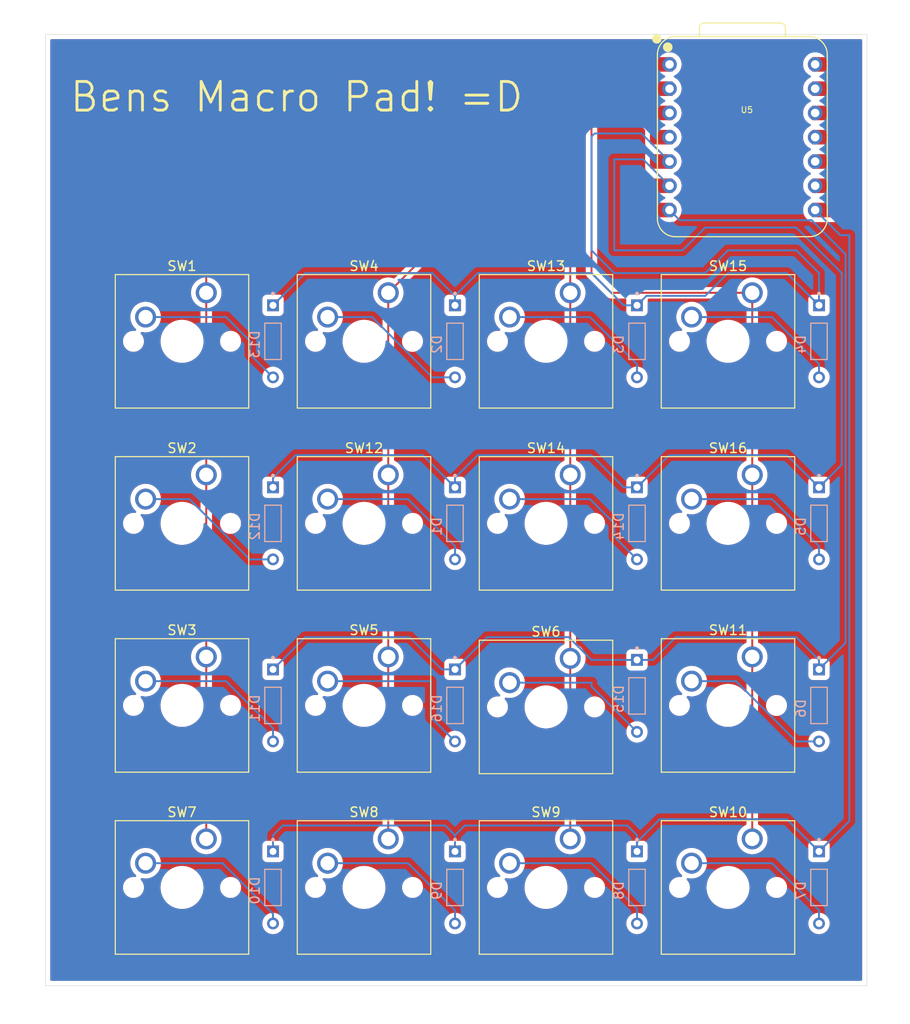
<source format=kicad_pcb>
(kicad_pcb (version 20241229) (generator "pcbnew") (generator_version "9.0")
  (layers (0 "F.Cu" signal) (2 "B.Cu" signal) (13 "F.Paste" user) (15 "B.Paste" user) (5 "F.SilkS" user "F.Silkscreen") (7 "B.SilkS" user "B.Silkscreen") (1 "F.Mask" user) (3 "B.Mask" user) (25 "Edge.Cuts" user))
  (net 0 "")
  (net 1 "Net-(U5-P27_A1_D1)")
  (net 2 "Net-(U5-P26_A0_D0)")
  (net 3 "Net-(U5-P28_A2_D2)")
  (net 7 "Net-(U5-P29_A3_D3)")
  (net 9 "GND")
  (net 10 "+5V")
  (net 11 "Net-(U5-P7_SCL_D5)")
  (net 12 "Net-(D1-PadA)")
  (net 13 "Net-(U5-P6_SDA_D4)")
  (net 14 "Net-(D2-PadA)")
  (net 15 "Net-(D3-PadA)")
  (net 16 "Net-(D4-PadA)")
  (net 17 "Net-(D5-PadA)")
  (net 18 "Net-(U5-P0_D6_TX)")
  (net 19 "Net-(D6-PadA)")
  (net 20 "Net-(D7-PadA)")
  (net 21 "Net-(U5-P1_D7_RX)")
  (net 22 "Net-(D8-PadA)")
  (net 23 "Net-(D9-PadA)")
  (net 24 "Net-(D10-PadA)")
  (net 25 "Net-(D11-PadA)")
  (net 26 "Net-(D12-PadA)")
  (net 27 "Net-(D13-PadA)")
  (net 28 "Net-(D14-PadA)")
  (net 29 "Net-(D15-PadA)")
  (net 30 "Net-(D16-PadA)")
  (footprint "Button_Switch_Keyboard:SW_Cherry_MX_1.00u_PCB" (layer "F.Cu") (at 154.94 94.9325)
    (property "Reference" "SW12" (at -2.54 -2.794 0) (layer "F.SilkS"))
    (property "Value" "SW_Push")
    (pad "" np_thru_hole circle (at -7.62 5.08) (size 1.7 1.7) (drill 1.7) (layers "*.Cu" "*.Mask"))
    (pad "" np_thru_hole circle (at -2.54 5.08) (size 4 4) (drill 4) (layers "*.Cu" "*.Mask"))
    (pad "" np_thru_hole circle (at 2.54 5.08) (size 1.7 1.7) (drill 1.7) (layers "*.Cu" "*.Mask"))
    (pad "1" thru_hole circle (at 0 0) (size 2.2 2.2) (drill 1.5) (layers "*.Cu" "*.Mask") (net 1 "Net-(U5-P27_A1_D1)"))
    (pad "2" thru_hole circle (at -6.35 2.54) (size 2.2 2.2) (drill 1.5) (layers "*.Cu" "*.Mask") (net 12 "Net-(D1-PadA)"))
  )
  (footprint "Button_Switch_Keyboard:SW_Cherry_MX_1.00u_PCB" (layer "F.Cu") (at 154.94 113.9825)
    (property "Reference" "SW5" (at -2.54 -2.794 0) (layer "F.SilkS"))
    (property "Value" "SW_Push")
    (pad "" np_thru_hole circle (at -7.62 5.08) (size 1.7 1.7) (drill 1.7) (layers "*.Cu" "*.Mask"))
    (pad "" np_thru_hole circle (at -2.54 5.08) (size 4 4) (drill 4) (layers "*.Cu" "*.Mask"))
    (pad "" np_thru_hole circle (at 2.54 5.08) (size 1.7 1.7) (drill 1.7) (layers "*.Cu" "*.Mask"))
    (pad "1" thru_hole circle (at 0 0) (size 2.2 2.2) (drill 1.5) (layers "*.Cu" "*.Mask") (net 1 "Net-(U5-P27_A1_D1)"))
    (pad "2" thru_hole circle (at -6.35 2.54) (size 2.2 2.2) (drill 1.5) (layers "*.Cu" "*.Mask") (net 30 "Net-(D16-PadA)"))
  )
  (footprint "Button_Switch_Keyboard:SW_Cherry_MX_1.00u_PCB" (layer "F.Cu") (at 193.04 113.9825)
    (property "Reference" "SW11" (at -2.54 -2.794 0) (layer "F.SilkS"))
    (property "Value" "SW_Push")
    (pad "" np_thru_hole circle (at -7.62 5.08) (size 1.7 1.7) (drill 1.7) (layers "*.Cu" "*.Mask"))
    (pad "" np_thru_hole circle (at -2.54 5.08) (size 4 4) (drill 4) (layers "*.Cu" "*.Mask"))
    (pad "" np_thru_hole circle (at 2.54 5.08) (size 1.7 1.7) (drill 1.7) (layers "*.Cu" "*.Mask"))
    (pad "1" thru_hole circle (at 0 0) (size 2.2 2.2) (drill 1.5) (layers "*.Cu" "*.Mask") (net 7 "Net-(U5-P29_A3_D3)"))
    (pad "2" thru_hole circle (at -6.35 2.54) (size 2.2 2.2) (drill 1.5) (layers "*.Cu" "*.Mask") (net 19 "Net-(D6-PadA)"))
  )
  (footprint "Button_Switch_Keyboard:SW_Cherry_MX_1.00u_PCB" (layer "F.Cu") (at 135.89 94.9325)
    (property "Reference" "SW2" (at -2.54 -2.794 0) (layer "F.SilkS"))
    (property "Value" "SW_Push")
    (pad "" np_thru_hole circle (at -7.62 5.08) (size 1.7 1.7) (drill 1.7) (layers "*.Cu" "*.Mask"))
    (pad "" np_thru_hole circle (at -2.54 5.08) (size 4 4) (drill 4) (layers "*.Cu" "*.Mask"))
    (pad "" np_thru_hole circle (at 2.54 5.08) (size 1.7 1.7) (drill 1.7) (layers "*.Cu" "*.Mask"))
    (pad "1" thru_hole circle (at 0 0) (size 2.2 2.2) (drill 1.5) (layers "*.Cu" "*.Mask") (net 2 "Net-(U5-P26_A0_D0)"))
    (pad "2" thru_hole circle (at -6.35 2.54) (size 2.2 2.2) (drill 1.5) (layers "*.Cu" "*.Mask") (net 26 "Net-(D12-PadA)"))
  )
  (footprint "Button_Switch_Keyboard:SW_Cherry_MX_1.00u_PCB" (layer "F.Cu") (at 135.89 113.9825)
    (property "Reference" "SW3" (at -2.54 -2.794 0) (layer "F.SilkS"))
    (property "Value" "SW_Push")
    (pad "" np_thru_hole circle (at -7.62 5.08) (size 1.7 1.7) (drill 1.7) (layers "*.Cu" "*.Mask"))
    (pad "" np_thru_hole circle (at -2.54 5.08) (size 4 4) (drill 4) (layers "*.Cu" "*.Mask"))
    (pad "" np_thru_hole circle (at 2.54 5.08) (size 1.7 1.7) (drill 1.7) (layers "*.Cu" "*.Mask"))
    (pad "1" thru_hole circle (at 0 0) (size 2.2 2.2) (drill 1.5) (layers "*.Cu" "*.Mask") (net 2 "Net-(U5-P26_A0_D0)"))
    (pad "2" thru_hole circle (at -6.35 2.54) (size 2.2 2.2) (drill 1.5) (layers "*.Cu" "*.Mask") (net 25 "Net-(D11-PadA)"))
  )
  (footprint "Button_Switch_Keyboard:SW_Cherry_MX_1.00u_PCB" (layer "F.Cu") (at 193.04 94.9325)
    (property "Reference" "SW16" (at -2.54 -2.794 0) (layer "F.SilkS"))
    (property "Value" "SW_Push")
    (pad "" np_thru_hole circle (at -7.62 5.08) (size 1.7 1.7) (drill 1.7) (layers "*.Cu" "*.Mask"))
    (pad "" np_thru_hole circle (at -2.54 5.08) (size 4 4) (drill 4) (layers "*.Cu" "*.Mask"))
    (pad "" np_thru_hole circle (at 2.54 5.08) (size 1.7 1.7) (drill 1.7) (layers "*.Cu" "*.Mask"))
    (pad "1" thru_hole circle (at 0 0) (size 2.2 2.2) (drill 1.5) (layers "*.Cu" "*.Mask") (net 7 "Net-(U5-P29_A3_D3)"))
    (pad "2" thru_hole circle (at -6.35 2.54) (size 2.2 2.2) (drill 1.5) (layers "*.Cu" "*.Mask") (net 17 "Net-(D5-PadA)"))
  )
  (footprint "Button_Switch_Keyboard:SW_Cherry_MX_1.00u_PCB" (layer "F.Cu") (at 193.04 75.8825)
    (property "Reference" "SW15" (at -2.54 -2.794 0) (layer "F.SilkS"))
    (property "Value" "SW_Push")
    (pad "" np_thru_hole circle (at -7.62 5.08) (size 1.7 1.7) (drill 1.7) (layers "*.Cu" "*.Mask"))
    (pad "" np_thru_hole circle (at -2.54 5.08) (size 4 4) (drill 4) (layers "*.Cu" "*.Mask"))
    (pad "" np_thru_hole circle (at 2.54 5.08) (size 1.7 1.7) (drill 1.7) (layers "*.Cu" "*.Mask"))
    (pad "1" thru_hole circle (at 0 0) (size 2.2 2.2) (drill 1.5) (layers "*.Cu" "*.Mask") (net 7 "Net-(U5-P29_A3_D3)"))
    (pad "2" thru_hole circle (at -6.35 2.54) (size 2.2 2.2) (drill 1.5) (layers "*.Cu" "*.Mask") (net 16 "Net-(D4-PadA)"))
  )
  (footprint "Button_Switch_Keyboard:SW_Cherry_MX_1.00u_PCB" (layer "F.Cu") (at 135.89 75.8825)
    (property "Reference" "SW1" (at -2.54 -2.794 0) (layer "F.SilkS"))
    (property "Value" "SW_Push")
    (pad "" np_thru_hole circle (at -7.62 5.08) (size 1.7 1.7) (drill 1.7) (layers "*.Cu" "*.Mask"))
    (pad "" np_thru_hole circle (at -2.54 5.08) (size 4 4) (drill 4) (layers "*.Cu" "*.Mask"))
    (pad "" np_thru_hole circle (at 2.54 5.08) (size 1.7 1.7) (drill 1.7) (layers "*.Cu" "*.Mask"))
    (pad "1" thru_hole circle (at 0 0) (size 2.2 2.2) (drill 1.5) (layers "*.Cu" "*.Mask") (net 2 "Net-(U5-P26_A0_D0)"))
    (pad "2" thru_hole circle (at -6.35 2.54) (size 2.2 2.2) (drill 1.5) (layers "*.Cu" "*.Mask") (net 27 "Net-(D13-PadA)"))
  )
  (footprint "Button_Switch_Keyboard:SW_Cherry_MX_1.00u_PCB" (layer "F.Cu") (at 154.94 75.8825)
    (property "Reference" "SW4" (at -2.54 -2.794 0) (layer "F.SilkS"))
    (property "Value" "SW_Push")
    (pad "" np_thru_hole circle (at -7.62 5.08) (size 1.7 1.7) (drill 1.7) (layers "*.Cu" "*.Mask"))
    (pad "" np_thru_hole circle (at -2.54 5.08) (size 4 4) (drill 4) (layers "*.Cu" "*.Mask"))
    (pad "" np_thru_hole circle (at 2.54 5.08) (size 1.7 1.7) (drill 1.7) (layers "*.Cu" "*.Mask"))
    (pad "1" thru_hole circle (at 0 0) (size 2.2 2.2) (drill 1.5) (layers "*.Cu" "*.Mask") (net 1 "Net-(U5-P27_A1_D1)"))
    (pad "2" thru_hole circle (at -6.35 2.54) (size 2.2 2.2) (drill 1.5) (layers "*.Cu" "*.Mask") (net 14 "Net-(D2-PadA)"))
  )
  (footprint "Button_Switch_Keyboard:SW_Cherry_MX_1.00u_PCB" (layer "F.Cu") (at 154.94 133.0325)
    (property "Reference" "SW8" (at -2.54 -2.794 0) (layer "F.SilkS"))
    (property "Value" "SW_Push")
    (pad "" np_thru_hole circle (at -7.62 5.08) (size 1.7 1.7) (drill 1.7) (layers "*.Cu" "*.Mask"))
    (pad "" np_thru_hole circle (at -2.54 5.08) (size 4 4) (drill 4) (layers "*.Cu" "*.Mask"))
    (pad "" np_thru_hole circle (at 2.54 5.08) (size 1.7 1.7) (drill 1.7) (layers "*.Cu" "*.Mask"))
    (pad "1" thru_hole circle (at 0 0) (size 2.2 2.2) (drill 1.5) (layers "*.Cu" "*.Mask") (net 1 "Net-(U5-P27_A1_D1)"))
    (pad "2" thru_hole circle (at -6.35 2.54) (size 2.2 2.2) (drill 1.5) (layers "*.Cu" "*.Mask") (net 23 "Net-(D9-PadA)"))
  )
  (footprint "Button_Switch_Keyboard:SW_Cherry_MX_1.00u_PCB" (layer "F.Cu") (at 193.04 133.0325)
    (property "Reference" "SW10" (at -2.54 -2.794 0) (layer "F.SilkS"))
    (property "Value" "SW_Push")
    (pad "" np_thru_hole circle (at -7.62 5.08) (size 1.7 1.7) (drill 1.7) (layers "*.Cu" "*.Mask"))
    (pad "" np_thru_hole circle (at -2.54 5.08) (size 4 4) (drill 4) (layers "*.Cu" "*.Mask"))
    (pad "" np_thru_hole circle (at 2.54 5.08) (size 1.7 1.7) (drill 1.7) (layers "*.Cu" "*.Mask"))
    (pad "1" thru_hole circle (at 0 0) (size 2.2 2.2) (drill 1.5) (layers "*.Cu" "*.Mask") (net 7 "Net-(U5-P29_A3_D3)"))
    (pad "2" thru_hole circle (at -6.35 2.54) (size 2.2 2.2) (drill 1.5) (layers "*.Cu" "*.Mask") (net 20 "Net-(D7-PadA)"))
  )
  (footprint "Button_Switch_Keyboard:SW_Cherry_MX_1.00u_PCB" (layer "F.Cu") (at 173.99 94.9325)
    (property "Reference" "SW14" (at -2.54 -2.794 0) (layer "F.SilkS"))
    (property "Value" "SW_Push")
    (pad "" np_thru_hole circle (at -7.62 5.08) (size 1.7 1.7) (drill 1.7) (layers "*.Cu" "*.Mask"))
    (pad "" np_thru_hole circle (at -2.54 5.08) (size 4 4) (drill 4) (layers "*.Cu" "*.Mask"))
    (pad "" np_thru_hole circle (at 2.54 5.08) (size 1.7 1.7) (drill 1.7) (layers "*.Cu" "*.Mask"))
    (pad "1" thru_hole circle (at 0 0) (size 2.2 2.2) (drill 1.5) (layers "*.Cu" "*.Mask") (net 3 "Net-(U5-P28_A2_D2)"))
    (pad "2" thru_hole circle (at -6.35 2.54) (size 2.2 2.2) (drill 1.5) (layers "*.Cu" "*.Mask") (net 28 "Net-(D14-PadA)"))
  )
  (footprint "Button_Switch_Keyboard:SW_Cherry_MX_1.00u_PCB" (layer "F.Cu") (at 173.99 75.8825)
    (property "Reference" "SW13" (at -2.54 -2.794 0) (layer "F.SilkS"))
    (property "Value" "SW_Push")
    (pad "" np_thru_hole circle (at -7.62 5.08) (size 1.7 1.7) (drill 1.7) (layers "*.Cu" "*.Mask"))
    (pad "" np_thru_hole circle (at -2.54 5.08) (size 4 4) (drill 4) (layers "*.Cu" "*.Mask"))
    (pad "" np_thru_hole circle (at 2.54 5.08) (size 1.7 1.7) (drill 1.7) (layers "*.Cu" "*.Mask"))
    (pad "1" thru_hole circle (at 0 0) (size 2.2 2.2) (drill 1.5) (layers "*.Cu" "*.Mask") (net 3 "Net-(U5-P28_A2_D2)"))
    (pad "2" thru_hole circle (at -6.35 2.54) (size 2.2 2.2) (drill 1.5) (layers "*.Cu" "*.Mask") (net 15 "Net-(D3-PadA)"))
  )
  (footprint "Button_Switch_Keyboard:SW_Cherry_MX_1.00u_PCB" (layer "F.Cu") (at 135.89 133.0325)
    (property "Reference" "SW7" (at -2.54 -2.794 0) (layer "F.SilkS"))
    (property "Value" "SW_Push")
    (pad "" np_thru_hole circle (at -7.62 5.08) (size 1.7 1.7) (drill 1.7) (layers "*.Cu" "*.Mask"))
    (pad "" np_thru_hole circle (at -2.54 5.08) (size 4 4) (drill 4) (layers "*.Cu" "*.Mask"))
    (pad "" np_thru_hole circle (at 2.54 5.08) (size 1.7 1.7) (drill 1.7) (layers "*.Cu" "*.Mask"))
    (pad "1" thru_hole circle (at 0 0) (size 2.2 2.2) (drill 1.5) (layers "*.Cu" "*.Mask") (net 2 "Net-(U5-P26_A0_D0)"))
    (pad "2" thru_hole circle (at -6.35 2.54) (size 2.2 2.2) (drill 1.5) (layers "*.Cu" "*.Mask") (net 24 "Net-(D10-PadA)"))
  )
  (footprint "Button_Switch_Keyboard:SW_Cherry_MX_1.00u_PCB" (layer "F.Cu") (at 173.99 114.14125)
    (property "Reference" "SW6" (at -2.54 -2.794 0) (layer "F.SilkS"))
    (property "Value" "SW_Push")
    (pad "" np_thru_hole circle (at -7.62 5.08) (size 1.7 1.7) (drill 1.7) (layers "*.Cu" "*.Mask"))
    (pad "" np_thru_hole circle (at -2.54 5.08) (size 4 4) (drill 4) (layers "*.Cu" "*.Mask"))
    (pad "" np_thru_hole circle (at 2.54 5.08) (size 1.7 1.7) (drill 1.7) (layers "*.Cu" "*.Mask"))
    (pad "1" thru_hole circle (at 0 0) (size 2.2 2.2) (drill 1.5) (layers "*.Cu" "*.Mask") (net 3 "Net-(U5-P28_A2_D2)"))
    (pad "2" thru_hole circle (at -6.35 2.54) (size 2.2 2.2) (drill 1.5) (layers "*.Cu" "*.Mask") (net 29 "Net-(D15-PadA)"))
  )
  (footprint "Seeed Studio XIAO Series Library:XIAO-RP2040-DIP" (layer "F.Cu") (at 192.000507 59.603007)
    (property "Reference" "U5" (at 0.47625 -2.8575 0) (layer "F.SilkS") (effects (font (size 0.635 0.635) (thickness 0.1016))))
    (property "Value" "XIAO-RP2040-DIP")
    (pad "1" smd roundrect (at -8.455 -7.62 180) (size 2.432 1.524) (layers "F.Cu" "F.Mask") (roundrect_rratio 0.1) (net 2 "Net-(U5-P26_A0_D0)"))
    (pad "1" thru_hole circle (at -7.62 -7.62 180) (size 1.524 1.524) (drill 0.889) (layers "*.Cu" "*.Mask") (net 2 "Net-(U5-P26_A0_D0)"))
    (pad "2" smd roundrect (at -8.455 -5.08 180) (size 2.432 1.524) (layers "F.Cu" "F.Mask") (roundrect_rratio 0.1) (net 1 "Net-(U5-P27_A1_D1)"))
    (pad "2" thru_hole circle (at -7.62 -5.08 180) (size 1.524 1.524) (drill 0.889) (layers "*.Cu" "*.Mask") (net 1 "Net-(U5-P27_A1_D1)"))
    (pad "3" smd roundrect (at -8.455 -2.54 180) (size 2.432 1.524) (layers "F.Cu" "F.Mask") (roundrect_rratio 0.1) (net 3 "Net-(U5-P28_A2_D2)"))
    (pad "3" thru_hole circle (at -7.62 -2.54 180) (size 1.524 1.524) (drill 0.889) (layers "*.Cu" "*.Mask") (net 3 "Net-(U5-P28_A2_D2)"))
    (pad "4" smd roundrect (at -8.455 0 180) (size 2.432 1.524) (layers "F.Cu" "F.Mask") (roundrect_rratio 0.1) (net 7 "Net-(U5-P29_A3_D3)"))
    (pad "4" thru_hole circle (at -7.62 0 180) (size 1.524 1.524) (drill 0.889) (layers "*.Cu" "*.Mask") (net 7 "Net-(U5-P29_A3_D3)"))
    (pad "5" smd roundrect (at -8.455 2.54 180) (size 2.432 1.524) (layers "F.Cu" "F.Mask") (roundrect_rratio 0.1) (net 13 "Net-(U5-P6_SDA_D4)"))
    (pad "5" thru_hole circle (at -7.62 2.54 180) (size 1.524 1.524) (drill 0.889) (layers "*.Cu" "*.Mask") (net 13 "Net-(U5-P6_SDA_D4)"))
    (pad "6" smd roundrect (at -8.455 5.08 180) (size 2.432 1.524) (layers "F.Cu" "F.Mask") (roundrect_rratio 0.1) (net 11 "Net-(U5-P7_SCL_D5)"))
    (pad "6" thru_hole circle (at -7.62 5.08 180) (size 1.524 1.524) (drill 0.889) (layers "*.Cu" "*.Mask") (net 11 "Net-(U5-P7_SCL_D5)"))
    (pad "7" smd roundrect (at -8.455 7.62 180) (size 2.432 1.524) (layers "F.Cu" "F.Mask") (roundrect_rratio 0.1) (net 18 "Net-(U5-P0_D6_TX)"))
    (pad "7" thru_hole circle (at -7.62 7.62 180) (size 1.524 1.524) (drill 0.889) (layers "*.Cu" "*.Mask") (net 18 "Net-(U5-P0_D6_TX)"))
    (pad "8" thru_hole circle (at 7.62 7.62) (size 1.524 1.524) (drill 0.889) (layers "*.Cu" "*.Mask") (net 21 "Net-(U5-P1_D7_RX)"))
    (pad "8" smd roundrect (at 8.455 7.62) (size 2.432 1.524) (layers "F.Cu" "F.Mask") (roundrect_rratio 0.1) (net 21 "Net-(U5-P1_D7_RX)"))
    (pad "9" thru_hole circle (at 7.62 5.08) (size 1.524 1.524) (drill 0.889) (layers "*.Cu" "*.Mask"))
    (pad "9" smd roundrect (at 8.455 5.08) (size 2.432 1.524) (layers "F.Cu" "F.Mask") (roundrect_rratio 0.1))
    (pad "10" thru_hole circle (at 7.62 2.54) (size 1.524 1.524) (drill 0.889) (layers "*.Cu" "*.Mask"))
    (pad "10" smd roundrect (at 8.455 2.54) (size 2.432 1.524) (layers "F.Cu" "F.Mask") (roundrect_rratio 0.1))
    (pad "11" thru_hole circle (at 7.62 0) (size 1.524 1.524) (drill 0.889) (layers "*.Cu" "*.Mask"))
    (pad "11" smd roundrect (at 8.455 0) (size 2.432 1.524) (layers "F.Cu" "F.Mask") (roundrect_rratio 0.1))
    (pad "12" thru_hole circle (at 7.62 -2.54) (size 1.524 1.524) (drill 0.889) (layers "*.Cu" "*.Mask"))
    (pad "12" smd roundrect (at 8.455 -2.54) (size 2.432 1.524) (layers "F.Cu" "F.Mask") (roundrect_rratio 0.1))
    (pad "13" thru_hole circle (at 7.62 -5.08) (size 1.524 1.524) (drill 0.889) (layers "*.Cu" "*.Mask") (net 9 "GND"))
    (pad "13" smd roundrect (at 8.455 -5.08) (size 2.432 1.524) (layers "F.Cu" "F.Mask") (roundrect_rratio 0.1) (net 9 "GND"))
    (pad "14" thru_hole circle (at 7.62 -7.62) (size 1.524 1.524) (drill 0.889) (layers "*.Cu" "*.Mask") (net 10 "+5V"))
    (pad "14" smd roundrect (at 8.455 -7.62) (size 2.432 1.524) (layers "F.Cu" "F.Mask") (roundrect_rratio 0.1) (net 10 "+5V"))
  )
  (footprint "Button_Switch_Keyboard:SW_Cherry_MX_1.00u_PCB" (layer "F.Cu") (at 173.99 133.0325)
    (property "Reference" "SW9" (at -2.54 -2.794 0) (layer "F.SilkS"))
    (property "Value" "SW_Push")
    (pad "" np_thru_hole circle (at -7.62 5.08) (size 1.7 1.7) (drill 1.7) (layers "*.Cu" "*.Mask"))
    (pad "" np_thru_hole circle (at -2.54 5.08) (size 4 4) (drill 4) (layers "*.Cu" "*.Mask"))
    (pad "" np_thru_hole circle (at 2.54 5.08) (size 1.7 1.7) (drill 1.7) (layers "*.Cu" "*.Mask"))
    (pad "1" thru_hole circle (at 0 0) (size 2.2 2.2) (drill 1.5) (layers "*.Cu" "*.Mask") (net 3 "Net-(U5-P28_A2_D2)"))
    (pad "2" thru_hole circle (at -6.35 2.54) (size 2.2 2.2) (drill 1.5) (layers "*.Cu" "*.Mask") (net 22 "Net-(D8-PadA)"))
  )
  (footprint "1N4148:DIOAD753W49L380D172B" (layer "B.Cu") (at 161.925 119.0625 -90)
    (property "Reference" "D16" (at 0.3175 1.905 90) (layer "B.SilkS") (effects (justify mirror)))
    (property "Value" "1N4148")
    (pad "A" thru_hole circle (at 3.7685 0 270) (size 1.238 1.238) (drill 0.73) (layers "*.Cu" "*.Mask") (net 30 "Net-(D16-PadA)"))
    (pad "K" thru_hole rect (at -3.7685 0 270) (size 1.238 1.238) (drill 0.73) (layers "*.Cu" "*.Mask") (net 18 "Net-(U5-P0_D6_TX)"))
  )
  (footprint "1N4148:DIOAD753W49L380D172B" (layer "B.Cu") (at 180.975 138.1125 -90)
    (property "Reference" "D8" (at 0.3175 1.905 90) (layer "B.SilkS") (effects (justify mirror)))
    (property "Value" "1N4148")
    (pad "A" thru_hole circle (at 3.7685 0 270) (size 1.238 1.238) (drill 0.73) (layers "*.Cu" "*.Mask") (net 22 "Net-(D8-PadA)"))
    (pad "K" thru_hole rect (at -3.7685 0 270) (size 1.238 1.238) (drill 0.73) (layers "*.Cu" "*.Mask") (net 21 "Net-(U5-P1_D7_RX)"))
  )
  (footprint "1N4148:DIOAD753W49L380D172B" (layer "B.Cu") (at 180.975 100.0125 -90)
    (property "Reference" "D14" (at 0.3175 1.905 90) (layer "B.SilkS") (effects (justify mirror)))
    (property "Value" "1N4148")
    (pad "A" thru_hole circle (at 3.7685 0 270) (size 1.238 1.238) (drill 0.73) (layers "*.Cu" "*.Mask") (net 28 "Net-(D14-PadA)"))
    (pad "K" thru_hole rect (at -3.7685 0 270) (size 1.238 1.238) (drill 0.73) (layers "*.Cu" "*.Mask") (net 11 "Net-(U5-P7_SCL_D5)"))
  )
  (footprint "1N4148:DIOAD753W49L380D172B" (layer "B.Cu") (at 180.975 80.9625 -90)
    (property "Reference" "D3" (at 0.3175 1.905 90) (layer "B.SilkS") (effects (justify mirror)))
    (property "Value" "1N4148")
    (pad "A" thru_hole circle (at 3.7685 0 270) (size 1.238 1.238) (drill 0.73) (layers "*.Cu" "*.Mask") (net 15 "Net-(D3-PadA)"))
    (pad "K" thru_hole rect (at -3.7685 0 270) (size 1.238 1.238) (drill 0.73) (layers "*.Cu" "*.Mask") (net 13 "Net-(U5-P6_SDA_D4)"))
  )
  (footprint "1N4148:DIOAD753W49L380D172B" (layer "B.Cu") (at 161.925 80.9625 -90)
    (property "Reference" "D2" (at 0.3175 1.905 90) (layer "B.SilkS") (effects (justify mirror)))
    (property "Value" "1N4148")
    (pad "A" thru_hole circle (at 3.7685 0 270) (size 1.238 1.238) (drill 0.73) (layers "*.Cu" "*.Mask") (net 14 "Net-(D2-PadA)"))
    (pad "K" thru_hole rect (at -3.7685 0 270) (size 1.238 1.238) (drill 0.73) (layers "*.Cu" "*.Mask") (net 13 "Net-(U5-P6_SDA_D4)"))
  )
  (footprint "1N4148:DIOAD753W49L380D172B" (layer "B.Cu") (at 142.875 80.9625 -90)
    (property "Reference" "D13" (at 0.3175 1.905 90) (layer "B.SilkS") (effects (justify mirror)))
    (property "Value" "1N4148")
    (pad "A" thru_hole circle (at 3.7685 0 270) (size 1.238 1.238) (drill 0.73) (layers "*.Cu" "*.Mask") (net 27 "Net-(D13-PadA)"))
    (pad "K" thru_hole rect (at -3.7685 0 270) (size 1.238 1.238) (drill 0.73) (layers "*.Cu" "*.Mask") (net 13 "Net-(U5-P6_SDA_D4)"))
  )
  (footprint "1N4148:DIOAD753W49L380D172B" (layer "B.Cu") (at 200.025 80.9625 -90)
    (property "Reference" "D4" (at 0.3175 1.905 90) (layer "B.SilkS") (effects (justify mirror)))
    (property "Value" "1N4148")
    (pad "A" thru_hole circle (at 3.7685 0 270) (size 1.238 1.238) (drill 0.73) (layers "*.Cu" "*.Mask") (net 16 "Net-(D4-PadA)"))
    (pad "K" thru_hole rect (at -3.7685 0 270) (size 1.238 1.238) (drill 0.73) (layers "*.Cu" "*.Mask") (net 13 "Net-(U5-P6_SDA_D4)"))
  )
  (footprint "1N4148:DIOAD753W49L380D172B" (layer "B.Cu") (at 200.025 119.0625 -90)
    (property "Reference" "D6" (at 0.3175 1.905 90) (layer "B.SilkS") (effects (justify mirror)))
    (property "Value" "1N4148")
    (pad "A" thru_hole circle (at 3.7685 0 270) (size 1.238 1.238) (drill 0.73) (layers "*.Cu" "*.Mask") (net 19 "Net-(D6-PadA)"))
    (pad "K" thru_hole rect (at -3.7685 0 270) (size 1.238 1.238) (drill 0.73) (layers "*.Cu" "*.Mask") (net 18 "Net-(U5-P0_D6_TX)"))
  )
  (footprint "1N4148:DIOAD753W49L380D172B" (layer "B.Cu") (at 200.025 138.1125 -90)
    (property "Reference" "D7" (at 0.3175 1.905 90) (layer "B.SilkS") (effects (justify mirror)))
    (property "Value" "1N4148")
    (pad "A" thru_hole circle (at 3.7685 0 270) (size 1.238 1.238) (drill 0.73) (layers "*.Cu" "*.Mask") (net 20 "Net-(D7-PadA)"))
    (pad "K" thru_hole rect (at -3.7685 0 270) (size 1.238 1.238) (drill 0.73) (layers "*.Cu" "*.Mask") (net 21 "Net-(U5-P1_D7_RX)"))
  )
  (footprint "1N4148:DIOAD753W49L380D172B" (layer "B.Cu") (at 161.925 138.1125 -90)
    (property "Reference" "D9" (at 0.3175 1.905 90) (layer "B.SilkS") (effects (justify mirror)))
    (property "Value" "1N4148")
    (pad "A" thru_hole circle (at 3.7685 0 270) (size 1.238 1.238) (drill 0.73) (layers "*.Cu" "*.Mask") (net 23 "Net-(D9-PadA)"))
    (pad "K" thru_hole rect (at -3.7685 0 270) (size 1.238 1.238) (drill 0.73) (layers "*.Cu" "*.Mask") (net 21 "Net-(U5-P1_D7_RX)"))
  )
  (footprint "1N4148:DIOAD753W49L380D172B" (layer "B.Cu") (at 142.875 138.1125 -90)
    (property "Reference" "D10" (at 0.3175 1.905 90) (layer "B.SilkS") (effects (justify mirror)))
    (property "Value" "1N4148")
    (pad "A" thru_hole circle (at 3.7685 0 270) (size 1.238 1.238) (drill 0.73) (layers "*.Cu" "*.Mask") (net 24 "Net-(D10-PadA)"))
    (pad "K" thru_hole rect (at -3.7685 0 270) (size 1.238 1.238) (drill 0.73) (layers "*.Cu" "*.Mask") (net 21 "Net-(U5-P1_D7_RX)"))
  )
  (footprint "1N4148:DIOAD753W49L380D172B" (layer "B.Cu") (at 161.925 100.0125 -90)
    (property "Reference" "D1" (at 0.3175 1.905 90) (layer "B.SilkS") (effects (justify mirror)))
    (property "Value" "1N4148")
    (pad "A" thru_hole circle (at 3.7685 0 270) (size 1.238 1.238) (drill 0.73) (layers "*.Cu" "*.Mask") (net 12 "Net-(D1-PadA)"))
    (pad "K" thru_hole rect (at -3.7685 0 270) (size 1.238 1.238) (drill 0.73) (layers "*.Cu" "*.Mask") (net 11 "Net-(U5-P7_SCL_D5)"))
  )
  (footprint "1N4148:DIOAD753W49L380D172B" (layer "B.Cu") (at 142.875 100.0125 -90)
    (property "Reference" "D12" (at 0.3175 1.905 90) (layer "B.SilkS") (effects (justify mirror)))
    (property "Value" "1N4148")
    (pad "A" thru_hole circle (at 3.7685 0 270) (size 1.238 1.238) (drill 0.73) (layers "*.Cu" "*.Mask") (net 26 "Net-(D12-PadA)"))
    (pad "K" thru_hole rect (at -3.7685 0 270) (size 1.238 1.238) (drill 0.73) (layers "*.Cu" "*.Mask") (net 11 "Net-(U5-P7_SCL_D5)"))
  )
  (footprint "1N4148:DIOAD753W49L380D172B" (layer "B.Cu") (at 200.025 100.0125 -90)
    (property "Reference" "D5" (at 0.3175 1.905 90) (layer "B.SilkS") (effects (justify mirror)))
    (property "Value" "1N4148")
    (pad "A" thru_hole circle (at 3.7685 0 270) (size 1.238 1.238) (drill 0.73) (layers "*.Cu" "*.Mask") (net 17 "Net-(D5-PadA)"))
    (pad "K" thru_hole rect (at -3.7685 0 270) (size 1.238 1.238) (drill 0.73) (layers "*.Cu" "*.Mask") (net 11 "Net-(U5-P7_SCL_D5)"))
  )
  (footprint "1N4148:DIOAD753W49L380D172B" (layer "B.Cu") (at 180.975 118.0685 -90)
    (property "Reference" "D15" (at 0.3175 1.905 90) (layer "B.SilkS") (effects (justify mirror)))
    (property "Value" "1N4148")
    (pad "A" thru_hole circle (at 3.7685 0 270) (size 1.238 1.238) (drill 0.73) (layers "*.Cu" "*.Mask") (net 29 "Net-(D15-PadA)"))
    (pad "K" thru_hole rect (at -3.7685 0 270) (size 1.238 1.238) (drill 0.73) (layers "*.Cu" "*.Mask") (net 18 "Net-(U5-P0_D6_TX)"))
  )
  (footprint "1N4148:DIOAD753W49L380D172B" (layer "B.Cu") (at 142.875 119.0625 -90)
    (property "Reference" "D11" (at 0.3175 1.905 90) (layer "B.SilkS") (effects (justify mirror)))
    (property "Value" "1N4148")
    (pad "A" thru_hole circle (at 3.7685 0 270) (size 1.238 1.238) (drill 0.73) (layers "*.Cu" "*.Mask") (net 25 "Net-(D11-PadA)"))
    (pad "K" thru_hole rect (at -3.7685 0 270) (size 1.238 1.238) (drill 0.73) (layers "*.Cu" "*.Mask") (net 18 "Net-(U5-P0_D6_TX)"))
  )
  (gr_line (start 180.975 57.15) (end 178.59375 57.15) (stroke (width 0.2)) (layer "F.Cu") (net 7))
  (gr_rect (start 119.0625 48.843465) (end 205.037558 148.388077) (stroke (width 0.05)) (fill no) (layer "Edge.Cuts"))
  (gr_text "Bens Macro Pad! =D" (at 121.44375 57.15 0) (layer "F.SilkS") (effects (font (size 3 3) (thickness 0.3) (bold yes)) (justify left bottom)))
  (segment (start 154.94 94.9325) (end 154.94 75.8825) (width 0.2) (layer "F.Cu") (net 1))
  (segment (start 154.94 133.0325) (end 154.94 113.9825) (width 0.2) (layer "F.Cu") (net 1))
  (segment (start 176.20515 54.36775) (end 183.39025 54.36775) (width 0.2) (layer "F.Cu") (net 1))
  (segment (start 154.94 75.8825) (end 158.984 71.8385) (width 0.2) (layer "F.Cu") (net 1))
  (segment (start 173.43025 71.8385) (end 173.43025 57.14265) (width 0.2) (layer "F.Cu") (net 1))
  (segment (start 183.39025 54.36775) (end 183.545507 54.523007) (width 0.2) (layer "F.Cu") (net 1))
  (segment (start 173.43025 57.14265) (end 176.20515 54.36775) (width 0.2) (layer "F.Cu") (net 1))
  (segment (start 158.984 71.8385) (end 173.43025 71.8385) (width 0.2) (layer "F.Cu") (net 1))
  (segment (start 154.94 113.9825) (end 154.94 94.9325) (width 0.2) (layer "F.Cu") (net 1))
  (segment (start 135.89 133.0325) (end 135.89 113.9825) (width 0.2) (layer "F.Cu") (net 2))
  (segment (start 135.89 75.8825) (end 135.89 73.66) (width 0.2) (layer "F.Cu") (net 2))
  (segment (start 135.89 94.9325) (end 135.89 75.8825) (width 0.2) (layer "F.Cu") (net 2))
  (segment (start 174.235743 51.983007) (end 183.545507 51.983007) (width 0.2) (layer "F.Cu") (net 2))
  (segment (start 135.89 73.66) (end 138.1125 71.4375) (width 0.2) (layer "F.Cu") (net 2))
  (segment (start 135.89 113.9825) (end 135.89 94.9325) (width 0.2) (layer "F.Cu") (net 2))
  (segment (start 171.45 71.4375) (end 171.45 54.76875) (width 0.2) (layer "F.Cu") (net 2))
  (segment (start 171.45 54.76875) (end 174.235743 51.983007) (width 0.2) (layer "F.Cu") (net 2))
  (segment (start 138.1125 71.4375) (end 171.45 71.4375) (width 0.2) (layer "F.Cu") (net 2))
  (segment (start 173.99 94.9325) (end 173.99 75.8825) (width 0.2) (layer "F.Cu") (net 3))
  (segment (start 173.99 133.0325) (end 173.99 114.14125) (width 0.2) (layer "F.Cu") (net 3))
  (segment (start 183.269257 57.063007) (end 180.975 54.76875) (width 0.2) (layer "F.Cu") (net 3))
  (segment (start 184.380507 57.063007) (end 183.269257 57.063007) (width 0.2) (layer "F.Cu") (net 3))
  (segment (start 180.975 54.76875) (end 176.37125 54.76875) (width 0.2) (layer "F.Cu") (net 3))
  (segment (start 173.99 114.14125) (end 173.99 94.9325) (width 0.2) (layer "F.Cu") (net 3))
  (segment (start 176.37125 54.76875) (end 173.99 57.15) (width 0.2) (layer "F.Cu") (net 3))
  (segment (start 173.99 75.8825) (end 173.99 57.15) (width 0.2) (layer "F.Cu") (net 3))
  (segment (start 176.2125 57.15) (end 178.59375 57.15) (width 0.2) (layer "F.Cu") (net 7))
  (segment (start 176.2125 73.81875) (end 176.2125 57.15) (width 0.2) (layer "F.Cu") (net 7))
  (segment (start 193.04 75.8825) (end 178.27625 75.8825) (width 0.2) (layer "F.Cu") (net 7))
  (segment (start 178.27625 75.8825) (end 176.2125 73.81875) (width 0.2) (layer "F.Cu") (net 7))
  (segment (start 184.380507 59.603007) (end 183.428007 59.603007) (width 0.2) (layer "F.Cu") (net 7))
  (segment (start 193.04 94.9325) (end 193.04 75.8825) (width 0.2) (layer "F.Cu") (net 7))
  (segment (start 183.428007 59.603007) (end 180.975 57.15) (width 0.2) (layer "F.Cu") (net 7))
  (segment (start 193.04 133.0325) (end 193.04 113.9825) (width 0.2) (layer "F.Cu") (net 7))
  (segment (start 193.04 113.9825) (end 193.04 94.9325) (width 0.2) (layer "F.Cu") (net 7))
  (segment (start 181.61 61.9125) (end 184.380507 64.683007) (width 0.2) (layer "B.Cu") (net 11))
  (segment (start 158.5625 92.8815) (end 161.925 96.244) (width 0.2) (layer "B.Cu") (net 11))
  (segment (start 142.875 95.25) (end 142.875 96.244) (width 0.2) (layer "B.Cu") (net 11))
  (segment (start 158.5625 92.86875) (end 158.5625 92.8815) (width 0.2) (layer "B.Cu") (net 11))
  (segment (start 164.30625 92.86875) (end 161.925 95.25) (width 0.2) (layer "B.Cu") (net 11))
  (segment (start 200.025 96.23125) (end 200.025 96.244) (width 0.2) (layer "B.Cu") (net 11))
  (segment (start 197.64375 69.05625) (end 188.11875 69.05625) (width 0.2) (layer "B.Cu") (net 11))
  (segment (start 184.35025 92.86875) (end 196.6625 92.86875) (width 0.2) (layer "B.Cu") (net 11))
  (segment (start 161.925 95.25) (end 161.925 96.244) (width 0.2) (layer "B.Cu") (net 11))
  (segment (start 202.40625 73.81875) (end 197.64375 69.05625) (width 0.2) (layer "B.Cu") (net 11))
  (segment (start 176.2125 92.86875) (end 179.58775 96.244) (width 0.2) (layer "B.Cu") (net 11))
  (segment (start 202.40625 93.86275) (end 202.40625 73.81875) (width 0.2) (layer "B.Cu") (net 11))
  (segment (start 178.59375 61.9125) (end 181.61 61.9125) (width 0.2) (layer "B.Cu") (net 11))
  (segment (start 145.25625 92.86875) (end 158.5625 92.86875) (width 0.2) (layer "B.Cu") (net 11))
  (segment (start 188.11875 69.05625) (end 185.7375 71.4375) (width 0.2) (layer "B.Cu") (net 11))
  (segment (start 185.7375 71.4375) (end 178.59375 71.4375) (width 0.2) (layer "B.Cu") (net 11))
  (segment (start 178.59375 71.4375) (end 178.59375 61.9125) (width 0.2) (layer "B.Cu") (net 11))
  (segment (start 200.025 96.244) (end 202.40625 93.86275) (width 0.2) (layer "B.Cu") (net 11))
  (segment (start 196.6625 92.86875) (end 200.025 96.23125) (width 0.2) (layer "B.Cu") (net 11))
  (segment (start 164.30625 92.86875) (end 176.2125 92.86875) (width 0.2) (layer "B.Cu") (net 11))
  (segment (start 145.25625 92.86875) (end 142.875 95.25) (width 0.2) (layer "B.Cu") (net 11))
  (segment (start 180.975 96.244) (end 184.35025 92.86875) (width 0.2) (layer "B.Cu") (net 11))
  (segment (start 179.58775 96.244) (end 180.975 96.244) (width 0.2) (layer "B.Cu") (net 11))
  (segment (start 161.925 102.39375) (end 161.925 103.781) (width 0.2) (layer "B.Cu") (net 12))
  (segment (start 157.00375 97.4725) (end 161.925 102.39375) (width 0.2) (layer "B.Cu") (net 12))
  (segment (start 148.59 97.4725) (end 157.00375 97.4725) (width 0.2) (layer "B.Cu") (net 12))
  (segment (start 176.2125 71.4375) (end 176.2125 59.53125) (width 0.2) (layer "B.Cu") (net 13))
  (segment (start 200.025 73.81875) (end 197.64375 71.4375) (width 0.2) (layer "B.Cu") (net 13))
  (segment (start 159.54375 73.81875) (end 161.925 76.2) (width 0.2) (layer "B.Cu") (net 13))
  (segment (start 190.5 71.4375) (end 188.11875 73.81875) (width 0.2) (layer "B.Cu") (net 13))
  (segment (start 196.64975 73.81875) (end 200.025 77.194) (width 0.2) (layer "B.Cu") (net 13))
  (segment (start 188.11875 73.81875) (end 178.59375 73.81875) (width 0.2) (layer "B.Cu") (net 13))
  (segment (start 190.5 73.81875) (end 196.64975 73.81875) (width 0.2) (layer "B.Cu") (net 13))
  (segment (start 181.969 76.2) (end 188.11875 76.2) (width 0.2) (layer "B.Cu") (net 13))
  (segment (start 164.30625 73.81875) (end 176.2125 73.81875) (width 0.2) (layer "B.Cu") (net 13))
  (segment (start 179.58775 77.194) (end 180.975 77.194) (width 0.2) (layer "B.Cu") (net 13))
  (segment (start 188.11875 76.2) (end 190.5 73.81875) (width 0.2) (layer "B.Cu") (net 13))
  (segment (start 176.2125 59.53125) (end 176.53 59.21375) (width 0.2) (layer "B.Cu") (net 13))
  (segment (start 161.925 76.2) (end 164.30625 73.81875) (width 0.2) (layer "B.Cu") (net 13))
  (segment (start 178.59375 73.81875) (end 176.2125 71.4375) (width 0.2) (layer "B.Cu") (net 13))
  (segment (start 176.53 59.21375) (end 181.45125 59.21375) (width 0.2) (layer "B.Cu") (net 13))
  (segment (start 142.875 77.194) (end 146.25025 73.81875) (width 0.2) (layer "B.Cu") (net 13))
  (segment (start 161.925 77.194) (end 161.925 76.2) (width 0.2) (layer "B.Cu") (net 13))
  (segment (start 146.25025 73.81875) (end 159.54375 73.81875) (width 0.2) (layer "B.Cu") (net 13))
  (segment (start 180.975 77.194) (end 181.969 76.2) (width 0.2) (layer "B.Cu") (net 13))
  (segment (start 176.2125 73.81875) (end 179.58775 77.194) (width 0.2) (layer "B.Cu") (net 13))
  (segment (start 200.025 77.194) (end 200.025 73.81875) (width 0.2) (layer "B.Cu") (net 13))
  (segment (start 197.64375 71.4375) (end 190.5 71.4375) (width 0.2) (layer "B.Cu") (net 13))
  (segment (start 181.45125 59.21375) (end 184.380507 62.143007) (width 0.2) (layer "B.Cu") (net 13))
  (segment (start 153.24153 78.4225) (end 159.55003 84.731) (width 0.2) (layer "B.Cu") (net 14))
  (segment (start 148.59 78.4225) (end 153.24153 78.4225) (width 0.2) (layer "B.Cu") (net 14))
  (segment (start 159.55003 84.731) (end 161.925 84.731) (width 0.2) (layer "B.Cu") (net 14))
  (segment (start 167.64 78.4225) (end 176.05375 78.4225) (width 0.2) (layer "B.Cu") (net 15))
  (segment (start 176.05375 78.4225) (end 180.975 83.34375) (width 0.2) (layer "B.Cu") (net 15))
  (segment (start 180.975 83.34375) (end 180.975 84.731) (width 0.2) (layer "B.Cu") (net 15))
  (segment (start 195.10375 78.4225) (end 200.025 83.34375) (width 0.2) (layer "B.Cu") (net 16))
  (segment (start 200.025 83.34375) (end 200.025 84.731) (width 0.2) (layer "B.Cu") (net 16))
  (segment (start 186.69 78.4225) (end 195.10375 78.4225) (width 0.2) (layer "B.Cu") (net 16))
  (segment (start 195.10375 97.4725) (end 200.025 102.39375) (width 0.2) (layer "B.Cu") (net 17))
  (segment (start 186.69 97.4725) (end 195.10375 97.4725) (width 0.2) (layer "B.Cu") (net 17))
  (segment (start 200.025 102.39375) (end 200.025 103.781) (width 0.2) (layer "B.Cu") (net 17))
  (segment (start 146.2375 111.91875) (end 157.1625 111.91875) (width 0.2) (layer "B.Cu") (net 18))
  (segment (start 185.443507 68.286007) (end 184.380507 67.223007) (width 0.2) (layer "B.Cu") (net 18))
  (segment (start 200.025 115.294) (end 202.80725 112.51175) (width 0.2) (layer "B.Cu") (net 18))
  (segment (start 202.80725 112.51175) (end 202.80725 71.8385) (width 0.2) (layer "B.Cu") (net 18))
  (segment (start 157.1625 111.91875) (end 160.53775 115.294) (width 0.2) (layer "B.Cu") (net 18))
  (segment (start 142.875 115.294) (end 146.2375 111.9315) (width 0.2) (layer "B.Cu") (net 18))
  (segment (start 160.53775 115.294) (end 161.925 115.294) (width 0.2) (layer "B.Cu") (net 18))
  (segment (start 173.83125 111.91875) (end 176.2125 114.3) (width 0.2) (layer "B.Cu") (net 18))
  (segment (start 180.975 114.3) (end 182.65625 114.3) (width 0.2) (layer "B.Cu") (net 18))
  (segment (start 176.2125 114.3) (end 180.975 114.3) (width 0.2) (layer "B.Cu") (net 18))
  (segment (start 200.025 114.3) (end 200.025 115.294) (width 0.2) (layer "B.Cu") (net 18))
  (segment (start 202.80725 71.8385) (end 199.254757 68.286007) (width 0.2) (layer "B.Cu") (net 18))
  (segment (start 197.64375 111.91875) (end 200.025 114.3) (width 0.2) (layer "B.Cu") (net 18))
  (segment (start 161.925 115.294) (end 165.30025 111.91875) (width 0.2) (layer "B.Cu") (net 18))
  (segment (start 185.0375 111.91875) (end 197.64375 111.91875) (width 0.2) (layer "B.Cu") (net 18))
  (segment (start 146.2375 111.9315) (end 146.2375 111.91875) (width 0.2) (layer "B.Cu") (net 18))
  (segment (start 199.254757 68.286007) (end 185.443507 68.286007) (width 0.2) (layer "B.Cu") (net 18))
  (segment (start 182.65625 114.3) (end 185.0375 111.91875) (width 0.2) (layer "B.Cu") (net 18))
  (segment (start 165.30025 111.91875) (end 173.83125 111.91875) (width 0.2) (layer "B.Cu") (net 18))
  (segment (start 197.65003 122.831) (end 200.025 122.831) (width 0.2) (layer "B.Cu") (net 19))
  (segment (start 186.69 116.5225) (end 191.34153 116.5225) (width 0.2) (layer "B.Cu") (net 19))
  (segment (start 191.34153 116.5225) (end 197.65003 122.831) (width 0.2) (layer "B.Cu") (net 19))
  (segment (start 186.69 135.5725) (end 195.10375 135.5725) (width 0.2) (layer "B.Cu") (net 20))
  (segment (start 200.025 140.49375) (end 200.025 141.881) (width 0.2) (layer "B.Cu") (net 20))
  (segment (start 195.10375 135.5725) (end 200.025 140.49375) (width 0.2) (layer "B.Cu") (net 20))
  (segment (start 203.20825 69.85825) (end 202.25575 69.85825) (width 0.2) (layer "B.Cu") (net 21))
  (segment (start 203.20825 131.16075) (end 203.20825 69.85825) (width 0.2) (layer "B.Cu") (net 21))
  (segment (start 161.925 132.65) (end 162.9435 131.6315) (width 0.2) (layer "B.Cu") (net 21))
  (segment (start 180.975 132.65) (end 180.975 134.344) (width 0.2) (layer "B.Cu") (net 21))
  (segment (start 142.875 134.344) (end 142.875 132.65) (width 0.2) (layer "B.Cu") (net 21))
  (segment (start 183.35625 130.96875) (end 196.6625 130.96875) (width 0.2) (layer "B.Cu") (net 21))
  (segment (start 196.6625 130.9815) (end 196.6625 130.96875) (width 0.2) (layer "B.Cu") (net 21))
  (segment (start 142.875 132.65) (end 143.8935 131.6315) (width 0.2) (layer "B.Cu") (net 21))
  (segment (start 179.9565 131.6315) (end 180.975 132.65) (width 0.2) (layer "B.Cu") (net 21))
  (segment (start 161.925 134.344) (end 161.925 132.65) (width 0.2) (layer "B.Cu") (net 21))
  (segment (start 200.025 134.344) (end 196.6625 130.9815) (width 0.2) (layer "B.Cu") (net 21))
  (segment (start 160.9065 131.6315) (end 161.925 132.65) (width 0.2) (layer "B.Cu") (net 21))
  (segment (start 143.8935 131.6315) (end 160.9065 131.6315) (width 0.2) (layer "B.Cu") (net 21))
  (segment (start 200.025 134.344) (end 203.20825 131.16075) (width 0.2) (layer "B.Cu") (net 21))
  (segment (start 202.25575 69.85825) (end 199.620507 67.223007) (width 0.2) (layer "B.Cu") (net 21))
  (segment (start 180.975 133.35) (end 183.35625 130.96875) (width 0.2) (layer "B.Cu") (net 21))
  (segment (start 180.975 134.344) (end 180.975 133.35) (width 0.2) (layer "B.Cu") (net 21))
  (segment (start 162.9435 131.6315) (end 179.9565 131.6315) (width 0.2) (layer "B.Cu") (net 21))
  (segment (start 167.64 135.5725) (end 176.2125 135.5725) (width 0.2) (layer "B.Cu") (net 22))
  (segment (start 180.975 141.881) (end 180.975 140.335) (width 0.2) (layer "B.Cu") (net 22))
  (segment (start 180.975 140.335) (end 176.2125 135.5725) (width 0.2) (layer "B.Cu") (net 22))
  (segment (start 161.925 140.49375) (end 161.925 141.881) (width 0.2) (layer "B.Cu") (net 23))
  (segment (start 148.59 135.5725) (end 157.00375 135.5725) (width 0.2) (layer "B.Cu") (net 23))
  (segment (start 157.00375 135.5725) (end 161.925 140.49375) (width 0.2) (layer "B.Cu") (net 23))
  (segment (start 142.875 141.881) (end 142.875 140.85903) (width 0.2) (layer "B.Cu") (net 24))
  (segment (start 137.58847 135.5725) (end 129.54 135.5725) (width 0.2) (layer "B.Cu") (net 24))
  (segment (start 142.875 140.85903) (end 137.58847 135.5725) (width 0.2) (layer "B.Cu") (net 24))
  (segment (start 137.95375 116.5225) (end 142.875 121.44375) (width 0.2) (layer "B.Cu") (net 25))
  (segment (start 129.54 116.5225) (end 137.95375 116.5225) (width 0.2) (layer "B.Cu") (net 25))
  (segment (start 142.875 121.44375) (end 142.875 122.831) (width 0.2) (layer "B.Cu") (net 25))
  (segment (start 134.134816 97.4725) (end 140.443316 103.781) (width 0.2) (layer "B.Cu") (net 26))
  (segment (start 140.443316 103.781) (end 142.875 103.781) (width 0.2) (layer "B.Cu") (net 26))
  (segment (start 129.54 97.4725) (end 134.134816 97.4725) (width 0.2) (layer "B.Cu") (net 26))
  (segment (start 129.54 78.4225) (end 137.95375 78.4225) (width 0.2) (layer "B.Cu") (net 27))
  (segment (start 140.49375 82.34975) (end 142.875 84.731) (width 0.2) (layer "B.Cu") (net 27))
  (segment (start 140.49375 80.9625) (end 140.49375 82.34975) (width 0.2) (layer "B.Cu") (net 27))
  (segment (start 137.95375 78.4225) (end 140.49375 80.9625) (width 0.2) (layer "B.Cu") (net 27))
  (segment (start 167.64 97.4725) (end 176.05375 97.4725) (width 0.2) (layer "B.Cu") (net 28))
  (segment (start 178.59375 101.39975) (end 180.975 103.781) (width 0.2) (layer "B.Cu") (net 28))
  (segment (start 176.05375 97.4725) (end 178.59375 100.0125) (width 0.2) (layer "B.Cu") (net 28))
  (segment (start 178.59375 100.0125) (end 178.59375 101.39975) (width 0.2) (layer "B.Cu") (net 28))
  (segment (start 176.2125 117.0745) (end 180.975 121.837) (width 0.2) (layer "B.Cu") (net 29))
  (segment (start 176.2125 116.68125) (end 176.2125 117.0745) (width 0.2) (layer "B.Cu") (net 29))
  (segment (start 167.64 116.68125) (end 176.2125 116.68125) (width 0.2) (layer "B.Cu") (net 29))
  (segment (start 161.925 122.831) (end 159.385 120.291) (width 0.2) (layer "B.Cu") (net 30))
  (segment (start 148.59 116.5225) (end 159.385 116.5225) (width 0.2) (layer "B.Cu") (net 30))
  (segment (start 159.385 120.291) (end 159.385 116.5225) (width 0.2) (layer "B.Cu") (net 30))
  (zone (net 0) (net_name "") (layers "F.Cu" "B.Cu") (connect_pads (clearance 0.5)) (min_thickness 0.25) (fill yes (thermal_gap 0.5) (thermal_bridge_width 0.5) (island_removal_mode 1) (island_area_min 10))
    (polygon (pts (xy 114.3 45.24375) (xy 114.3 152.4) (xy 209.55 152.4) (xy 209.55 45.24375)))
  )
)
</source>
